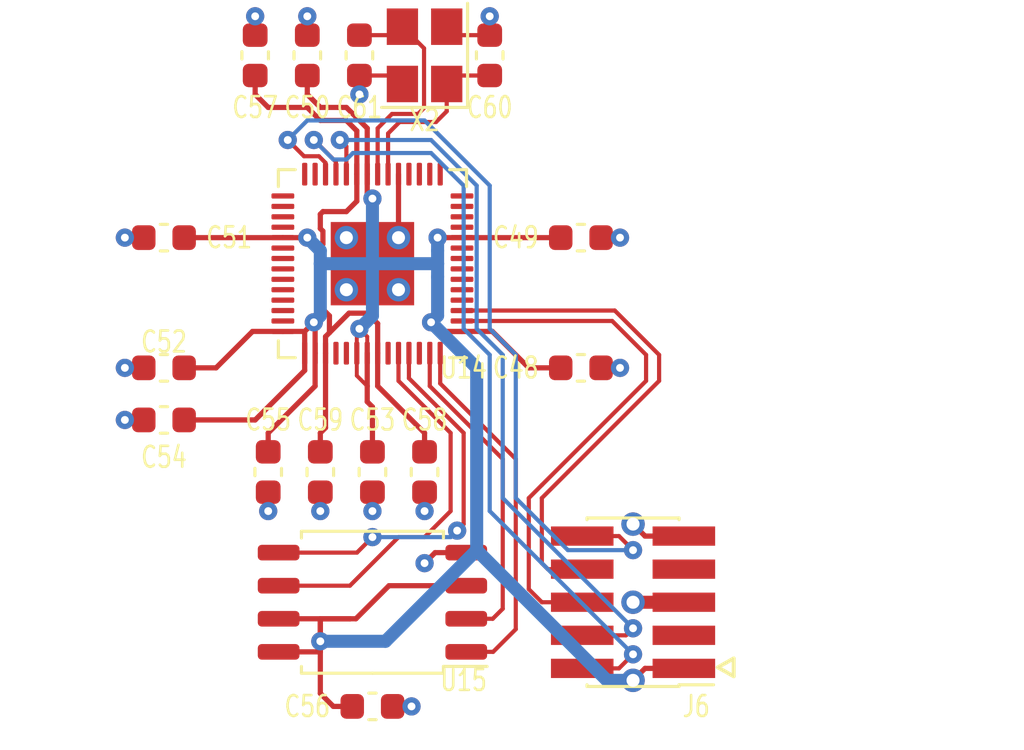
<source format=kicad_pcb>
(kicad_pcb (version 20221018) (generator pcbnew)
  (layers (0 "F.Cu" signal "Front") (31 "B.Cu" signal "Back") (34 "B.Paste" user) (35 "F.Paste" user) (36 "B.SilkS" user "B.Silkscreen") (37 "F.SilkS" user "F.Silkscreen") (38 "B.Mask" user) (39 "F.Mask" user) (44 "Edge.Cuts" user))
  (net 0 "")
  (net 1 "gnd")
  (net 2 "v3v3")
  (net 3 "mcu.crystal.crystal.a")
  (net 4 "mcu.crystal.crystal.b")
  (net 5 "mcu.swd.swd.reset")
  (net 6 "mcu.swd.swd.swdio")
  (net 7 "mcu.swd.swd.swclk")
  (net 8 "mcu.swd.tdi")
  (net 9 "tp_fpga[3].io")
  (net 10 "tp_fpga[0].io")
  (net 11 "tp_fpga[2].io")
  (net 12 "tp_fpga[1].io")
  (net 13 "mcu.ic.qspi_cs")
  (net 14 "mcu.ic.qspi.miso")
  (net 15 "mcu.ic.qspi.mosi")
  (net 16 "mcu.ic.qspi.sck")
  (net 17 "mcu_sw.out")
  (net 18 "mcu.gpio.led_0")
  (net 19 "mcu.gpio.led_1")
  (net 20 "mcu.gpio.led_2")
  (net 21 "mcu.gpio.led_3")
  (net 22 "mcu.ic.vreg_vout")
  (net 23 "mcu.usb_chain_0.d_N")
  (net 24 "mcu.usb_chain_0.d_P")
  (net 25 "mcu.swd.swo")
  (net 26 "conv_out_sense.output")
  (net 27 "conv_in_sense.output")
  (footprint "Capacitor_SMD:C_0603_1608Metric" (layer "F.Cu") (at 42 149 180)
    (fp_text reference "C52" (at 0 1) (layer "F.SilkS") (effects (font (size 0.8 0.6) (thickness 0.1))))
    (fp_text value "")
    (fp_line (start -0.14058 -0.51) (end 0.14058 -0.51) (stroke (width 0.12)) (layer "F.SilkS"))
    (fp_line (start -0.14058 0.51) (end 0.14058 0.51) (stroke (width 0.12)) (layer "F.SilkS"))
    (pad "1" smd roundrect (at -0.775 0 180) (size 0.9 0.95) (layers "F.Cu" "F.Paste" "F.Mask") (net 2 "v3v3"))
    (pad "2" smd roundrect (at 0.775 0 180) (size 0.9 0.95) (layers "F.Cu" "F.Paste" "F.Mask") (net 1 "gnd"))
  )
  (footprint "Capacitor_SMD:C_0603_1608Metric" (layer "F.Cu") (at 42 144 180)
    (fp_text reference "C51" (at -2.5 0) (layer "F.SilkS") (effects (font (size 0.8 0.6) (thickness 0.1))))
    (fp_text value "")
    (fp_line (start -0.14058 -0.51) (end 0.14058 -0.51) (stroke (width 0.12)) (layer "F.SilkS"))
    (fp_line (start -0.14058 0.51) (end 0.14058 0.51) (stroke (width 0.12)) (layer "F.SilkS"))
    (pad "1" smd roundrect (at -0.775 0 180) (size 0.9 0.95) (layers "F.Cu" "F.Paste" "F.Mask") (net 2 "v3v3"))
    (pad "2" smd roundrect (at 0.775 0 180) (size 0.9 0.95) (layers "F.Cu" "F.Paste" "F.Mask") (net 1 "gnd"))
  )
  (footprint "Capacitor_SMD:C_0603_1608Metric" (layer "F.Cu") (at 45.5 137 90)
    (fp_text reference "C57" (at -2 0 180) (layer "F.SilkS") (effects (font (size 0.8 0.6) (thickness 0.1))))
    (fp_text value "")
    (fp_line (start -0.14058 -0.51) (end 0.14058 -0.51) (stroke (width 0.12)) (layer "F.SilkS"))
    (fp_line (start -0.14058 0.51) (end 0.14058 0.51) (stroke (width 0.12)) (layer "F.SilkS"))
    (pad "1" smd roundrect (at -0.775 0 90) (size 0.9 0.95) (layers "F.Cu" "F.Paste" "F.Mask") (net 22 "mcu.ic.vreg_vout"))
    (pad "2" smd roundrect (at 0.775 0 90) (size 0.9 0.95) (layers "F.Cu" "F.Paste" "F.Mask") (net 1 "gnd"))
  )
  (footprint "Capacitor_SMD:C_0603_1608Metric" (layer "F.Cu") (at 50 162)
    (fp_text reference "C56" (at -2.5 0) (layer "F.SilkS") (effects (font (size 0.8 0.6) (thickness 0.1))))
    (fp_text value "")
    (fp_line (start -0.14058 -0.51) (end 0.14058 -0.51) (stroke (width 0.12)) (layer "F.SilkS"))
    (fp_line (start -0.14058 0.51) (end 0.14058 0.51) (stroke (width 0.12)) (layer "F.SilkS"))
    (pad "1" smd roundrect (at -0.775 0) (size 0.9 0.95) (layers "F.Cu" "F.Paste" "F.Mask") (net 2 "v3v3"))
    (pad "2" smd roundrect (at 0.775 0) (size 0.9 0.95) (layers "F.Cu" "F.Paste" "F.Mask") (net 1 "gnd"))
  )
  (footprint "Connector_PinHeader_1.27mm:PinHeader_2x05_P1.27mm_Vertical_SMD" (layer "F.Cu") (at 60 158 180)
    (fp_text reference "J6" (at -2.4275 -4) (layer "F.SilkS") (effects (font (size 0.8 0.6) (thickness 0.1))))
    (fp_text value "PinHeader1.27 Shrouded 2x5 (Generic)")
    (fp_line (start -3.09 -3.17) (end -1.765 -3.17) (stroke (width 0.12)) (layer "F.SilkS"))
    (fp_line (start -1.765 -3.235) (end -1.765 -3.17) (stroke (width 0.12)) (layer "F.SilkS"))
    (fp_line (start -1.765 -3.235) (end 1.765 -3.235) (stroke (width 0.12)) (layer "F.SilkS"))
    (fp_line (start -1.765 3.17) (end -1.765 3.235) (stroke (width 0.12)) (layer "F.SilkS"))
    (fp_line (start -1.765 3.235) (end 1.765 3.235) (stroke (width 0.12)) (layer "F.SilkS"))
    (fp_line (start 1.765 -3.235) (end 1.765 -3.17) (stroke (width 0.12)) (layer "F.SilkS"))
    (fp_line (start 1.765 3.17) (end 1.765 3.235) (stroke (width 0.12)) (layer "F.SilkS"))
    (pad "1" smd rect (at -1.95 -2.54 180) (size 2.4 0.74) (layers "F.Cu" "F.Paste" "F.Mask") (net 2 "v3v3"))
    (pad "2" smd rect (at 1.95 -2.54 180) (size 2.4 0.74) (layers "F.Cu" "F.Paste" "F.Mask") (net 6 "mcu.swd.swd.swdio"))
    (pad "3" smd rect (at -1.95 -1.27 180) (size 2.4 0.74) (layers "F.Cu" "F.Paste" "F.Mask") (net 1 "gnd"))
    (pad "4" smd rect (at 1.95 -1.27 180) (size 2.4 0.74) (layers "F.Cu" "F.Paste" "F.Mask") (net 7 "mcu.swd.swd.swclk"))
    (pad "5" smd rect (at -1.95 0 180) (size 2.4 0.74) (layers "F.Cu" "F.Paste" "F.Mask") (net 1 "gnd"))
    (pad "6" smd rect (at 1.95 0 180) (size 2.4 0.74) (layers "F.Cu" "F.Paste" "F.Mask") (net 25 "mcu.swd.swo"))
    (pad "7" smd rect (at -1.95 1.27 180) (size 2.4 0.74) (layers "F.Cu" "F.Paste" "F.Mask"))
    (pad "8" smd rect (at 1.95 1.27 180) (size 2.4 0.74) (layers "F.Cu" "F.Paste" "F.Mask") (net 8 "mcu.swd.tdi"))
    (pad "9" smd rect (at -1.95 2.54 180) (size 2.4 0.74) (layers "F.Cu" "F.Paste" "F.Mask") (net 1 "gnd"))
    (pad "10" smd rect (at 1.95 2.54 180) (size 2.4 0.74) (layers "F.Cu" "F.Paste" "F.Mask") (net 5 "mcu.swd.swd.reset"))
  )
  (footprint "Capacitor_SMD:C_0603_1608Metric" (layer "F.Cu") (at 46 153 -90)
    (fp_text reference "C55" (at -2 0 180) (layer "F.SilkS") (effects (font (size 0.8 0.6) (thickness 0.1))))
    (fp_text value "")
    (fp_line (start -0.14058 -0.51) (end 0.14058 -0.51) (stroke (width 0.12)) (layer "F.SilkS"))
    (fp_line (start -0.14058 0.51) (end 0.14058 0.51) (stroke (width 0.12)) (layer "F.SilkS"))
    (pad "1" smd roundrect (at -0.775 0 270) (size 0.9 0.95) (layers "F.Cu" "F.Paste" "F.Mask") (net 2 "v3v3"))
    (pad "2" smd roundrect (at 0.775 0 270) (size 0.9 0.95) (layers "F.Cu" "F.Paste" "F.Mask") (net 1 "gnd"))
  )
  (footprint "Capacitor_SMD:C_0603_1608Metric" (layer "F.Cu") (at 52 153 -90)
    (fp_text reference "C58" (at -2 0 180) (layer "F.SilkS") (effects (font (size 0.8 0.6) (thickness 0.1))))
    (fp_text value "")
    (fp_line (start -0.14058 -0.51) (end 0.14058 -0.51) (stroke (width 0.12)) (layer "F.SilkS"))
    (fp_line (start -0.14058 0.51) (end 0.14058 0.51) (stroke (width 0.12)) (layer "F.SilkS"))
    (pad "1" smd roundrect (at -0.775 0 270) (size 0.9 0.95) (layers "F.Cu" "F.Paste" "F.Mask") (net 22 "mcu.ic.vreg_vout"))
    (pad "2" smd roundrect (at 0.775 0 270) (size 0.9 0.95) (layers "F.Cu" "F.Paste" "F.Mask") (net 1 "gnd"))
  )
  (footprint "Capacitor_SMD:C_0603_1608Metric" (layer "F.Cu") (at 58 149)
    (fp_text reference "C48" (at -2.5 0) (layer "F.SilkS") (effects (font (size 0.8 0.6) (thickness 0.1))))
    (fp_text value "")
    (fp_line (start -0.14058 -0.51) (end 0.14058 -0.51) (stroke (width 0.12)) (layer "F.SilkS"))
    (fp_line (start -0.14058 0.51) (end 0.14058 0.51) (stroke (width 0.12)) (layer "F.SilkS"))
    (pad "1" smd roundrect (at -0.775 0) (size 0.9 0.95) (layers "F.Cu" "F.Paste" "F.Mask") (net 2 "v3v3"))
    (pad "2" smd roundrect (at 0.775 0) (size 0.9 0.95) (layers "F.Cu" "F.Paste" "F.Mask") (net 1 "gnd"))
  )
  (footprint "Package_DFN_QFN:QFN-56-1EP_7x7mm_P0.4mm_EP3.2x3.2mm" (layer "F.Cu") (at 50 145 180)
    (fp_text reference "U14" (at -3.5 -4) (layer "F.SilkS") (effects (font (size 0.8 0.6) (thickness 0.1))))
    (fp_text value "RP2040 (Raspberry Pi)")
    (fp_line (start -3.61 3.61) (end -3.61 2.96) (stroke (width 0.12)) (layer "F.SilkS"))
    (fp_line (start -2.96 -3.61) (end -3.61 -3.61) (stroke (width 0.12)) (layer "F.SilkS"))
    (fp_line (start -2.96 3.61) (end -3.61 3.61) (stroke (width 0.12)) (layer "F.SilkS"))
    (fp_line (start 2.96 -3.61) (end 3.61 -3.61) (stroke (width 0.12)) (layer "F.SilkS"))
    (fp_line (start 2.96 3.61) (end 3.61 3.61) (stroke (width 0.12)) (layer "F.SilkS"))
    (fp_line (start 3.61 -3.61) (end 3.61 -2.96) (stroke (width 0.12)) (layer "F.SilkS"))
    (fp_line (start 3.61 3.61) (end 3.61 2.96) (stroke (width 0.12)) (layer "F.SilkS"))
    (pad "1" smd roundrect (at -3.4375 -2.6 180) (size 0.875 0.2) (layers "F.Cu" "F.Paste" "F.Mask") (net 2 "v3v3"))
    (pad "2" smd roundrect (at -3.4375 -2.2 180) (size 0.875 0.2) (layers "F.Cu" "F.Paste" "F.Mask") (net 25 "mcu.swd.swo"))
    (pad "3" smd roundrect (at -3.4375 -1.8 180) (size 0.875 0.2) (layers "F.Cu" "F.Paste" "F.Mask") (net 8 "mcu.swd.tdi"))
    (pad "4" smd roundrect (at -3.4375 -1.4 180) (size 0.875 0.2) (layers "F.Cu" "F.Paste" "F.Mask"))
    (pad "5" smd roundrect (at -3.4375 -1 180) (size 0.875 0.2) (layers "F.Cu" "F.Paste" "F.Mask"))
    (pad "6" smd roundrect (at -3.4375 -0.6 180) (size 0.875 0.2) (layers "F.Cu" "F.Paste" "F.Mask"))
    (pad "7" smd roundrect (at -3.4375 -0.2 180) (size 0.875 0.2) (layers "F.Cu" "F.Paste" "F.Mask"))
    (pad "8" smd roundrect (at -3.4375 0.2 180) (size 0.875 0.2) (layers "F.Cu" "F.Paste" "F.Mask"))
    (pad "9" smd roundrect (at -3.4375 0.6 180) (size 0.875 0.2) (layers "F.Cu" "F.Paste" "F.Mask"))
    (pad "10" smd roundrect (at -3.4375 1 180) (size 0.875 0.2) (layers "F.Cu" "F.Paste" "F.Mask") (net 2 "v3v3"))
    (pad "11" smd roundrect (at -3.4375 1.4 180) (size 0.875 0.2) (layers "F.Cu" "F.Paste" "F.Mask") (net 9 "tp_fpga[3].io"))
    (pad "12" smd roundrect (at -3.4375 1.8 180) (size 0.875 0.2) (layers "F.Cu" "F.Paste" "F.Mask") (net 11 "tp_fpga[2].io"))
    (pad "13" smd roundrect (at -3.4375 2.2 180) (size 0.875 0.2) (layers "F.Cu" "F.Paste" "F.Mask") (net 12 "tp_fpga[1].io"))
    (pad "14" smd roundrect (at -3.4375 2.6 180) (size 0.875 0.2) (layers "F.Cu" "F.Paste" "F.Mask") (net 10 "tp_fpga[0].io"))
    (pad "15" smd roundrect (at -2.6 3.4375 180) (size 0.2 0.875) (layers "F.Cu" "F.Paste" "F.Mask"))
    (pad "16" smd roundrect (at -2.2 3.4375 180) (size 0.2 0.875) (layers "F.Cu" "F.Paste" "F.Mask"))
    (pad "17" smd roundrect (at -1.8 3.4375 180) (size 0.2 0.875) (layers "F.Cu" "F.Paste" "F.Mask"))
    (pad "18" smd roundrect (at -1.4 3.4375 180) (size 0.2 0.875) (layers "F.Cu" "F.Paste" "F.Mask"))
    (pad "19" smd roundrect (at -1 3.4375 180) (size 0.2 0.875) (layers "F.Cu" "F.Paste" "F.Mask") (net 1 "gnd"))
    (pad "20" smd roundrect (at -0.6 3.4375 180) (size 0.2 0.875) (layers "F.Cu" "F.Paste" "F.Mask") (net 3 "mcu.crystal.crystal.a"))
    (pad "21" smd roundrect (at -0.2 3.4375 180) (size 0.2 0.875) (layers "F.Cu" "F.Paste" "F.Mask") (net 4 "mcu.crystal.crystal.b"))
    (pad "22" smd roundrect (at 0.2 3.4375 180) (size 0.2 0.875) (layers "F.Cu" "F.Paste" "F.Mask") (net 2 "v3v3"))
    (pad "23" smd roundrect (at 0.6 3.4375 180) (size 0.2 0.875) (layers "F.Cu" "F.Paste" "F.Mask") (net 22 "mcu.ic.vreg_vout"))
    (pad "24" smd roundrect (at 1 3.4375 180) (size 0.2 0.875) (layers "F.Cu" "F.Paste" "F.Mask") (net 7 "mcu.swd.swd.swclk"))
    (pad "25" smd roundrect (at 1.4 3.4375 180) (size 0.2 0.875) (layers "F.Cu" "F.Paste" "F.Mask") (net 6 "mcu.swd.swd.swdio"))
    (pad "26" smd roundrect (at 1.8 3.4375 180) (size 0.2 0.875) (layers "F.Cu" "F.Paste" "F.Mask") (net 5 "mcu.swd.swd.reset"))
    (pad "27" smd roundrect (at 2.2 3.4375 180) (size 0.2 0.875) (layers "F.Cu" "F.Paste" "F.Mask"))
    (pad "28" smd roundrect (at 2.6 3.4375 180) (size 0.2 0.875) (layers "F.Cu" "F.Paste" "F.Mask"))
    (pad "29" smd roundrect (at 3.4375 2.6 180) (size 0.875 0.2) (layers "F.Cu" "F.Paste" "F.Mask") (net 17 "mcu_sw.out"))
    (pad "30" smd roundrect (at 3.4375 2.2 180) (size 0.875 0.2) (layers "F.Cu" "F.Paste" "F.Mask"))
    (pad "31" smd roundrect (at 3.4375 1.8 180) (size 0.875 0.2) (layers "F.Cu" "F.Paste" "F.Mask"))
    (pad "32" smd roundrect (at 3.4375 1.4 180) (size 0.875 0.2) (layers "F.Cu" "F.Paste" "F.Mask"))
    (pad "33" smd roundrect (at 3.4375 1 180) (size 0.875 0.2) (layers "F.Cu" "F.Paste" "F.Mask") (net 2 "v3v3"))
    (pad "34" smd roundrect (at 3.4375 0.6 180) (size 0.875 0.2) (layers "F.Cu" "F.Paste" "F.Mask") (net 18 "mcu.gpio.led_0"))
    (pad "35" smd roundrect (at 3.4375 0.2 180) (size 0.875 0.2) (layers "F.Cu" "F.Paste" "F.Mask") (net 19 "mcu.gpio.led_1"))
    (pad "36" smd roundrect (at 3.4375 -0.2 180) (size 0.875 0.2) (layers "F.Cu" "F.Paste" "F.Mask") (net 20 "mcu.gpio.led_2"))
    (pad "37" smd roundrect (at 3.4375 -0.6 180) (size 0.875 0.2) (layers "F.Cu" "F.Paste" "F.Mask") (net 21 "mcu.gpio.led_3"))
    (pad "38" smd roundrect (at 3.4375 -1 180) (size 0.875 0.2) (layers "F.Cu" "F.Paste" "F.Mask") (net 27 "conv_in_sense.output"))
    (pad "39" smd roundrect (at 3.4375 -1.4 180) (size 0.875 0.2) (layers "F.Cu" "F.Paste" "F.Mask") (net 26 "conv_out_sense.output"))
    (pad "40" smd roundrect (at 3.4375 -1.8 180) (size 0.875 0.2) (layers "F.Cu" "F.Paste" "F.Mask"))
    (pad "41" smd roundrect (at 3.4375 -2.2 180) (size 0.875 0.2) (layers "F.Cu" "F.Paste" "F.Mask"))
    (pad "42" smd roundrect (at 3.4375 -2.6 180) (size 0.875 0.2) (layers "F.Cu" "F.Paste" "F.Mask") (net 2 "v3v3"))
    (pad "43" smd roundrect (at 2.6 -3.4375 180) (size 0.2 0.875) (layers "F.Cu" "F.Paste" "F.Mask") (net 2 "v3v3"))
    (pad "44" smd roundrect (at 2.2 -3.4375 180) (size 0.2 0.875) (layers "F.Cu" "F.Paste" "F.Mask") (net 2 "v3v3"))
    (pad "45" smd roundrect (at 1.8 -3.4375 180) (size 0.2 0.875) (layers "F.Cu" "F.Paste" "F.Mask") (net 22 "mcu.ic.vreg_vout"))
    (pad "46" smd roundrect (at 1.4 -3.4375 180) (size 0.2 0.875) (layers "F.Cu" "F.Paste" "F.Mask") (net 23 "mcu.usb_chain_0.d_N"))
    (pad "47" smd roundrect (at 1 -3.4375 180) (size 0.2 0.875) (layers "F.Cu" "F.Paste" "F.Mask") (net 24 "mcu.usb_chain_0.d_P"))
    (pad "48" smd roundrect (at 0.6 -3.4375 180) (size 0.2 0.875) (layers "F.Cu" "F.Paste" "F.Mask") (net 2 "v3v3"))
    (pad "49" smd roundrect (at 0.2 -3.4375 180) (size 0.2 0.875) (layers "F.Cu" "F.Paste" "F.Mask") (net 2 "v3v3"))
    (pad "50" smd roundrect (at -0.2 -3.4375 180) (size 0.2 0.875) (layers "F.Cu" "F.Paste" "F.Mask") (net 22 "mcu.ic.vreg_vout"))
    (pad "51" smd roundrect (at -0.6 -3.4375 180) (size 0.2 0.875) (layers "F.Cu" "F.Paste" "F.Mask"))
    (pad "52" smd roundrect (at -1 -3.4375 180) (size 0.2 0.875) (layers "F.Cu" "F.Paste" "F.Mask") (net 16 "mcu.ic.qspi.sck"))
    (pad "53" smd roundrect (at -1.4 -3.4375 180) (size 0.2 0.875) (layers "F.Cu" "F.Paste" "F.Mask") (net 15 "mcu.ic.qspi.mosi"))
    (pad "54" smd roundrect (at -1.8 -3.4375 180) (size 0.2 0.875) (layers "F.Cu" "F.Paste" "F.Mask"))
    (pad "55" smd roundrect (at -2.2 -3.4375 180) (size 0.2 0.875) (layers "F.Cu" "F.Paste" "F.Mask") (net 14 "mcu.ic.qspi.miso"))
    (pad "56" smd roundrect (at -2.6 -3.4375 180) (size 0.2 0.875) (layers "F.Cu" "F.Paste" "F.Mask") (net 13 "mcu.ic.qspi_cs"))
    (pad "57" smd rect (at 0 0 180) (size 3.2 3.2) (layers "F.Cu" "F.Mask") (net 1 "gnd"))
  )
  (footprint "Capacitor_SMD:C_0603_1608Metric" (layer "F.Cu") (at 54.5 137 90)
    (fp_text reference "C60" (at -2 0 180) (layer "F.SilkS") (effects (font (size 0.8 0.6) (thickness 0.1))))
    (fp_text value "")
    (fp_line (start -0.14058 -0.51) (end 0.14058 -0.51) (stroke (width 0.12)) (layer "F.SilkS"))
    (fp_line (start -0.14058 0.51) (end 0.14058 0.51) (stroke (width 0.12)) (layer "F.SilkS"))
    (pad "1" smd roundrect (at -0.775 0 90) (size 0.9 0.95) (layers "F.Cu" "F.Paste" "F.Mask") (net 3 "mcu.crystal.crystal.a"))
    (pad "2" smd roundrect (at 0.775 0 90) (size 0.9 0.95) (layers "F.Cu" "F.Paste" "F.Mask") (net 1 "gnd"))
  )
  (footprint "Capacitor_SMD:C_0603_1608Metric" (layer "F.Cu") (at 49.5 137 -90)
    (fp_text reference "C61" (at 2 0 180) (layer "F.SilkS") (effects (font (size 0.8 0.6) (thickness 0.1))))
    (fp_text value "")
    (fp_line (start -0.14058 -0.51) (end 0.14058 -0.51) (stroke (width 0.12)) (layer "F.SilkS"))
    (fp_line (start -0.14058 0.51) (end 0.14058 0.51) (stroke (width 0.12)) (layer "F.SilkS"))
    (pad "1" smd roundrect (at -0.775 0 270) (size 0.9 0.95) (layers "F.Cu" "F.Paste" "F.Mask") (net 4 "mcu.crystal.crystal.b"))
    (pad "2" smd roundrect (at 0.775 0 270) (size 0.9 0.95) (layers "F.Cu" "F.Paste" "F.Mask") (net 1 "gnd"))
  )
  (footprint "Crystal:Crystal_SMD_3225-4Pin_3.2x2.5mm" (layer "F.Cu") (at 52 137 90)
    (fp_text reference "X2" (at -2.5 0 180) (layer "F.SilkS") (effects (font (size 0.8 0.6) (thickness 0.1))))
    (fp_text value "")
    (fp_line (start -2 -1.65) (end -2 1.65) (stroke (width 0.12)) (layer "F.SilkS"))
    (fp_line (start -2 1.65) (end 2 1.65) (stroke (width 0.12)) (layer "F.SilkS"))
    (pad "1" smd rect (at -1.1 0.85 90) (size 1.4 1.2) (layers "F.Cu" "F.Paste" "F.Mask") (net 3 "mcu.crystal.crystal.a"))
    (pad "2" smd rect (at 1.1 0.85 90) (size 1.4 1.2) (layers "F.Cu" "F.Paste" "F.Mask") (net 1 "gnd"))
    (pad "3" smd rect (at 1.1 -0.85 90) (size 1.4 1.2) (layers "F.Cu" "F.Paste" "F.Mask") (net 4 "mcu.crystal.crystal.b"))
    (pad "4" smd rect (at -1.1 -0.85 90) (size 1.4 1.2) (layers "F.Cu" "F.Paste" "F.Mask") (net 1 "gnd"))
  )
  (footprint "Capacitor_SMD:C_0603_1608Metric" (layer "F.Cu") (at 42 151 180)
    (fp_text reference "C54" (at 0 -1.43) (layer "F.SilkS") (effects (font (size 0.8 0.6) (thickness 0.1))))
    (fp_text value "")
    (fp_line (start -0.14058 -0.51) (end 0.14058 -0.51) (stroke (width 0.12)) (layer "F.SilkS"))
    (fp_line (start -0.14058 0.51) (end 0.14058 0.51) (stroke (width 0.12)) (layer "F.SilkS"))
    (pad "1" smd roundrect (at -0.775 0 180) (size 0.9 0.95) (layers "F.Cu" "F.Paste" "F.Mask") (net 2 "v3v3"))
    (pad "2" smd roundrect (at 0.775 0 180) (size 0.9 0.95) (layers "F.Cu" "F.Paste" "F.Mask") (net 1 "gnd"))
  )
  (footprint "Capacitor_SMD:C_0603_1608Metric" (layer "F.Cu") (at 50 153 -90)
    (fp_text reference "C53" (at -2 0 180) (layer "F.SilkS") (effects (font (size 0.8 0.6) (thickness 0.1))))
    (fp_text value "")
    (fp_line (start -0.14058 -0.51) (end 0.14058 -0.51) (stroke (width 0.12)) (layer "F.SilkS"))
    (fp_line (start -0.14058 0.51) (end 0.14058 0.51) (stroke (width 0.12)) (layer "F.SilkS"))
    (pad "1" smd roundrect (at -0.775 0 270) (size 0.9 0.95) (layers "F.Cu" "F.Paste" "F.Mask") (net 2 "v3v3"))
    (pad "2" smd roundrect (at 0.775 0 270) (size 0.9 0.95) (layers "F.Cu" "F.Paste" "F.Mask") (net 1 "gnd"))
  )
  (footprint "Capacitor_SMD:C_0603_1608Metric" (layer "F.Cu") (at 47.5 137 90)
    (fp_text reference "C50" (at -2 0 180) (layer "F.SilkS") (effects (font (size 0.8 0.6) (thickness 0.1))))
    (fp_text value "")
    (fp_line (start -0.14058 -0.51) (end 0.14058 -0.51) (stroke (width 0.12)) (layer "F.SilkS"))
    (fp_line (start -0.14058 0.51) (end 0.14058 0.51) (stroke (width 0.12)) (layer "F.SilkS"))
    (pad "1" smd roundrect (at -0.775 0 90) (size 0.9 0.95) (layers "F.Cu" "F.Paste" "F.Mask") (net 2 "v3v3"))
    (pad "2" smd roundrect (at 0.775 0 90) (size 0.9 0.95) (layers "F.Cu" "F.Paste" "F.Mask") (net 1 "gnd"))
  )
  (footprint "Package_SO:SOIC-8_5.23x5.23mm_P1.27mm" (layer "F.Cu") (at 50 158 180)
    (fp_text reference "U15" (at -3.5 -3 180) (layer "F.SilkS") (effects (font (size 0.8 0.6) (thickness 0.1))))
    (fp_text value "W25Q128JVSIQ (Winbond Electronics)")
    (fp_line (start -2.725 -2.725) (end -2.725 -2.465) (stroke (width 0.12)) (layer "F.SilkS"))
    (fp_line (start -2.725 -2.465) (end -4.4 -2.465) (stroke (width 0.12)) (layer "F.SilkS"))
    (fp_line (start -2.725 2.725) (end -2.725 2.465) (stroke (width 0.12)) (layer "F.SilkS"))
    (fp_line (start 0 -2.725) (end -2.725 -2.725) (stroke (width 0.12)) (layer "F.SilkS"))
    (fp_line (start 0 -2.725) (end 2.725 -2.725) (stroke (width 0.12)) (layer "F.SilkS"))
    (fp_line (start 0 2.725) (end -2.725 2.725) (stroke (width 0.12)) (layer "F.SilkS"))
    (fp_line (start 0 2.725) (end 2.725 2.725) (stroke (width 0.12)) (layer "F.SilkS"))
    (fp_line (start 2.725 -2.725) (end 2.725 -2.465) (stroke (width 0.12)) (layer "F.SilkS"))
    (fp_line (start 2.725 2.725) (end 2.725 2.465) (stroke (width 0.12)) (layer "F.SilkS"))
    (pad "1" smd roundrect (at -3.6 -1.905 180) (size 1.6 0.6) (layers "F.Cu" "F.Paste" "F.Mask") (net 13 "mcu.ic.qspi_cs"))
    (pad "2" smd roundrect (at -3.6 -0.635 180) (size 1.6 0.6) (layers "F.Cu" "F.Paste" "F.Mask") (net 14 "mcu.ic.qspi.miso"))
    (pad "3" smd roundrect (at -3.6 0.635 180) (size 1.6 0.6) (layers "F.Cu" "F.Paste" "F.Mask") (net 2 "v3v3"))
    (pad "4" smd roundrect (at -3.6 1.905 180) (size 1.6 0.6) (layers "F.Cu" "F.Paste" "F.Mask") (net 1 "gnd"))
    (pad "5" smd roundrect (at 3.6 1.905 180) (size 1.6 0.6) (layers "F.Cu" "F.Paste" "F.Mask") (net 15 "mcu.ic.qspi.mosi"))
    (pad "6" smd roundrect (at 3.6 0.635 180) (size 1.6 0.6) (layers "F.Cu" "F.Paste" "F.Mask") (net 16 "mcu.ic.qspi.sck"))
    (pad "7" smd roundrect (at 3.6 -0.635 180) (size 1.6 0.6) (layers "F.Cu" "F.Paste" "F.Mask") (net 2 "v3v3"))
    (pad "8" smd roundrect (at 3.6 -1.905 180) (size 1.6 0.6) (layers "F.Cu" "F.Paste" "F.Mask") (net 2 "v3v3"))
  )
  (footprint "Capacitor_SMD:C_0603_1608Metric" (layer "F.Cu") (at 58 144)
    (fp_text reference "C49" (at -2.5 0) (layer "F.SilkS") (effects (font (size 0.8 0.6) (thickness 0.1))))
    (fp_text value "")
    (fp_line (start -0.14058 -0.51) (end 0.14058 -0.51) (stroke (width 0.12)) (layer "F.SilkS"))
    (fp_line (start -0.14058 0.51) (end 0.14058 0.51) (stroke (width 0.12)) (layer "F.SilkS"))
    (pad "1" smd roundrect (at -0.775 0) (size 0.9 0.95) (layers "F.Cu" "F.Paste" "F.Mask") (net 2 "v3v3"))
    (pad "2" smd roundrect (at 0.775 0) (size 0.9 0.95) (layers "F.Cu" "F.Paste" "F.Mask") (net 1 "gnd"))
  )
  (footprint "Capacitor_SMD:C_0603_1608Metric" (layer "F.Cu") (at 48 153 -90)
    (fp_text reference "C59" (at -2 0 180) (layer "F.SilkS") (effects (font (size 0.8 0.6) (thickness 0.1))))
    (fp_text value "")
    (fp_line (start -0.14058 -0.51) (end 0.14058 -0.51) (stroke (width 0.12)) (layer "F.SilkS"))
    (fp_line (start -0.14058 0.51) (end 0.14058 0.51) (stroke (width 0.12)) (layer "F.SilkS"))
    (pad "1" smd roundrect (at -0.775 0 270) (size 0.9 0.95) (layers "F.Cu" "F.Paste" "F.Mask") (net 22 "mcu.ic.vreg_vout"))
    (pad "2" smd roundrect (at 0.775 0 270) (size 0.9 0.95) (layers "F.Cu" "F.Paste" "F.Mask") (net 1 "gnd"))
  )
  (gr_text "△" (at 63.5 160.5 90) (layer "F.SilkS") (effects (font (size 0.8 0.8))))
  (segment (start 61.95 158) (end 60 158) (width 0.5) (layer "F.Cu") (net 1))
  (segment (start 58.775 144) (end 59.5 144) (width 0.15) (layer "F.Cu") (net 1))
  (segment (start 47.5 136.225) (end 47.5 135.5) (width 0.2) (layer "F.Cu") (net 1))
  (segment (start 54.5 136.225) (end 54.5 135.5) (width 0.15) (layer "F.Cu") (net 1))
  (segment (start 50 145) (end 51 146) (width 0.15) (layer "F.Cu") (net 1))
  (segment (start 50 145) (end 49 144) (width 0.15) (layer "F.Cu") (net 1))
  (segment (start 52.405 156.095) (end 53.6 156.095) (width 0.2) (layer "F.Cu") (net 1))
  (segment (start 50 153.775) (end 50 154.5) (width 0.2) (layer "F.Cu") (net 1))
  (segment (start 61.95 155.46) (end 60.46 155.46) (width 0.2) (layer "F.Cu") (net 1))
  (segment (start 50.825 137.775) (end 51.15 138.1) (width 0.16) (layer "F.Cu") (net 1))
  (segment (start 60.46 155.46) (end 60 155) (width 0.2) (layer "F.Cu") (net 1))
  (segment (start 50 145) (end 51 144) (width 0.15) (layer "F.Cu") (net 1))
  (segment (start 49.5 137.775) (end 49.5 138.5) (width 0.15) (layer "F.Cu") (net 1))
  (segment (start 54.5 136.225) (end 53.175 136.225) (width 0.16) (layer "F.Cu") (net 1))
  (segment (start 48 153.775) (end 48 154.5) (width 0.2) (layer "F.Cu") (net 1))
  (segment (start 41.225 151) (end 40.5 151) (width 0.2) (layer "F.Cu") (net 1))
  (segment (start 52 156.5) (end 52.405 156.095) (width 0.2) (layer "F.Cu") (net 1))
  (segment (start 46 153.775) (end 46 154.5) (width 0.2) (layer "F.Cu") (net 1))
  (segment (start 51 141.5625) (end 51 144) (width 0.2) (layer "F.Cu") (net 1))
  (segment (start 41.225 149) (end 40.5 149) (width 0.15) (layer "F.Cu") (net 1))
  (segment (start 53.175 136.225) (end 52.85 135.9) (width 0.16) (layer "F.Cu") (net 1))
  (segment (start 45.5 136.225) (end 45.5 135.5) (width 0.15) (layer "F.Cu") (net 1))
  (segment (start 50 145) (end 49 146) (width 0.15) (layer "F.Cu") (net 1))
  (segment (start 49.5 137.775) (end 50.825 137.775) (width 0.16) (layer "F.Cu") (net 1))
  (segment (start 41.225 144) (end 40.5 144) (width 0.15) (layer "F.Cu") (net 1))
  (segment (start 58.775 149) (end 59.5 149) (width 0.15) (layer "F.Cu") (net 1))
  (segment (start 50.775 162) (end 51.5 162) (width 0.16) (layer "F.Cu") (net 1))
  (segment (start 52 153.775) (end 52 154.5) (width 0.15) (layer "F.Cu") (net 1))
  (via (at 45.5 135.5) (size 0.7) (drill 0.3) (layers "F.Cu" "B.Cu") (net 1))
  (via (at 52 154.5) (size 0.7) (drill 0.3) (layers "F.Cu" "B.Cu") (net 1))
  (via (at 46 154.5) (size 0.7) (drill 0.3) (layers "F.Cu" "B.Cu") (net 1))
  (via (at 49.5 138.5) (size 0.7) (drill 0.3) (layers "F.Cu" "B.Cu") (net 1))
  (via (at 49 146) (size 0.9) (drill 0.5) (layers "F.Cu" "B.Cu") (net 1))
  (via (at 60 155) (size 0.9) (drill 0.5) (layers "F.Cu" "B.Cu") (net 1))
  (via (at 60 158) (size 0.9) (drill 0.5) (layers "F.Cu" "B.Cu") (net 1))
  (via (at 52 156.5) (size 0.7) (drill 0.3) (layers "F.Cu" "B.Cu") (net 1))
  (via (at 49 144) (size 0.9) (drill 0.5) (layers "F.Cu" "B.Cu") (net 1))
  (via (at 51 146) (size 0.9) (drill 0.5) (layers "F.Cu" "B.Cu") (net 1))
  (via (at 50 154.5) (size 0.7) (drill 0.3) (layers "F.Cu" "B.Cu") (net 1))
  (via (at 51.5 162) (size 0.7) (drill 0.3) (layers "F.Cu" "B.Cu") (net 1))
  (via (at 51 144) (size 0.9) (drill 0.5) (layers "F.Cu" "B.Cu") (net 1))
  (via (at 47.5 135.5) (size 0.7) (drill 0.3) (layers "F.Cu" "B.Cu") (net 1))
  (via (at 40.5 149) (size 0.7) (drill 0.3) (layers "F.Cu" "B.Cu") (net 1))
  (via (at 40.5 151) (size 0.7) (drill 0.3) (layers "F.Cu" "B.Cu") (net 1))
  (via (at 40.5 144) (size 0.7) (drill 0.3) (layers "F.Cu" "B.Cu") (net 1))
  (via (at 59.5 149) (size 0.7) (drill 0.3) (layers "F.Cu" "B.Cu") (net 1))
  (via (at 59.5 144) (size 0.7) (drill 0.3) (layers "F.Cu" "B.Cu") (net 1))
  (via (at 54.5 135.5) (size 0.7) (drill 0.3) (layers "F.Cu" "B.Cu") (net 1))
  (via (at 48 154.5) (size 0.7) (drill 0.3) (layers "F.Cu" "B.Cu") (net 1))
  (segment (start 49.135 158.635) (end 49.365 158.635) (width 0.2) (layer "F.Cu") (net 2))
  (segment (start 49.8 142.3) (end 50 142.5) (width 0.2) (layer "F.Cu") (net 2))
  (segment (start 46.5625 147.6) (end 47.4 147.6) (width 0.2) (layer "F.Cu") (net 2))
  (segment (start 49.365 158.635) (end 50.635 157.365) (width 0.2) (layer "F.Cu") (net 2))
  (segment (start 49 139) (end 48 139) (width 0.2) (layer "F.Cu") (net 2))
  (segment (start 46.5625 147.6) (end 45.4 147.6) (width 0.2) (layer "F.Cu") (net 2))
  (segment (start 50 150.5) (end 50 152.225) (width 0.2) (layer "F.Cu") (net 2))
  (segment (start 46 151.5) (end 46 152.225) (width 0.2) (layer "F.Cu") (net 2))
  (segment (start 49.5 147.5) (end 49.8 147.8) (width 0.15) (layer "F.Cu") (net 2))
  (segment (start 61.95 160.54) (end 60.46 160.54) (width 0.2) (layer "F.Cu") (net 2))
  (segment (start 49.8 141.5625) (end 49.8 142.3) (width 0.2) (layer "F.Cu") (net 2))
  (segment (start 49.4 147.6) (end 49.4 148.4375) (width 0.15) (layer "F.Cu") (net 2))
  (segment (start 52.6 147.6) (end 52.25 147.25) (width 0.2) (layer "F.Cu") (net 2))
  (segment (start 49.4 149.3) (end 49.8 149.7) (width 0.15) (layer "F.Cu") (net 2))
  (segment (start 47.8 148.4375) (end 47.8 147.3) (width 0.2) (layer "F.Cu") (net 2))
  (segment (start 44 149) (end 42.775 149) (width 0.2) (layer "F.Cu") (net 2))
  (segment (start 46.5625 144) (end 47.5 144) (width 0.2) (layer "F.Cu") (net 2))
  (segment (start 48 159.5) (end 48 158.635) (width 0.2) (layer "F.Cu") (net 2))
  (segment (start 53.4375 144) (end 52.5 144) (width 0.2) (layer "F.Cu") (net 2))
  (segment (start 49.5 147.5) (end 49.4 147.6) (width 0.15) (layer "F.Cu") (net 2))
  (segment (start 49.8 147.8) (end 49.8 148.4375) (width 0.15) (layer "F.Cu") (net 2))
  (segment (start 47.5 138.5) (end 47.5 137.775) (width 0.2) (layer "F.Cu") (net 2))
  (segment (start 47.4 148.4375) (end 47.4 147.6) (width 0.2) (layer "F.Cu") (net 2))
  (segment (start 49.8 139.8) (end 49 139) (width 0.2) (layer "F.Cu") (net 2))
  (segment (start 48 159.91) (end 48 161.5) (width 0.2) (layer "F.Cu") (net 2))
  (segment (start 54.6 147.6) (end 56 149) (width 0.2) (layer "F.Cu") (net 2))
  (segment (start 47.4 148.4375) (end 47.4 149.1) (width 0.2) (layer "F.Cu") (net 2))
  (segment (start 49.8 148.4375) (end 49.8 149.7) (width 0.2) (layer "F.Cu") (net 2))
  (segment (start 47.995 159.905) (end 48 159.9) (width 0.2) (layer "F.Cu") (net 2))
  (segment (start 47.4 149.1) (end 45.5 151) (width 0.2) (layer "F.Cu") (net 2))
  (segment (start 49.135 158.635) (end 46.4 158.635) (width 0.2) (layer "F.Cu") (net 2))
  (segment (start 45.5 151) (end 42.775 151) (width 0.2) (layer "F.Cu") (net 2))
  (segment (start 47.8 148.4375) (end 47.8 149.7) (width 0.2) (layer "F.Cu") (net 2))
  (segment (start 60.46 160.54) (end 60 161) (width 0.2) (layer "F.Cu") (net 2))
  (segment (start 46.5625 144) (end 42.775 144) (width 0.2) (layer "F.Cu") (net 2))
  (segment (start 46.4 159.905) (end 47.995 159.905) (width 0.2) (layer "F.Cu") (net 2))
  (segment (start 48 161.5) (end 48.5 162) (width 0.2) (layer "F.Cu") (net 2))
  (segment (start 57.225 149) (end 56 149) (width 0.2) (layer "F.Cu") (net 2))
  (segment (start 49.8 150.3) (end 50 150.5) (width 0.2) (layer "F.Cu") (net 2))
  (segment (start 48 139) (end 47.5 138.5) (width 0.2) (layer "F.Cu") (net 2))
  (segment (start 53.4375 147.6) (end 52.6 147.6) (width 0.2) (layer "F.Cu") (net 2))
  (segment (start 49.8 149.7) (end 49.8 150.3) (width 0.2) (layer "F.Cu") (net 2))
  (segment (start 47.8 149.7) (end 46 151.5) (width 0.2) (layer "F.Cu") (net 2))
  (segment (start 48 159.91) (end 48 158.635) (width 0.2) (layer "F.Cu") (net 2))
  (segment (start 49.4 148.4375) (end 49.4 149.3) (width 0.15) (layer "F.Cu") (net 2))
  (segment (start 45.4 147.6) (end 44 149) (width 0.2) (layer "F.Cu") (net 2))
  (segment (start 53.4375 144) (end 57.225 144) (width 0.2) (layer "F.Cu") (net 2))
  (segment (start 48 159.5) (end 48 159.9) (width 0.2) (layer "F.Cu") (net 2))
  (segment (start 48 158.635) (end 49.135 158.635) (width 0.2) (layer "F.Cu") (net 2))
  (segment (start 47.8 147.3) (end 47.75 147.25) (width 0.2) (layer "F.Cu") (net 2))
  (segment (start 50.635 157.365) (end 53.6 157.365) (width 0.2) (layer "F.Cu") (net 2))
  (segment (start 48.5 162) (end 49.225 162) (width 0.2) (layer "F.Cu") (net 2))
  (segment (start 47.4 147.6) (end 47.75 147.25) (width 0.2) (layer "F.Cu") (net 2))
  (segment (start 49.8 141.5625) (end 49.8 139.8) (width 0.2) (layer "F.Cu") (net 2))
  (segment (start 53.4375 147.6) (end 54.6 147.6) (width 0.2) (layer "F.Cu") (net 2))
  (via (at 49.5 147.5) (size 0.7) (drill 0.3) (layers "F.Cu" "B.Cu") (net 2))
  (via (at 47.5 144) (size 0.7) (drill 0.3) (layers "F.Cu" "B.Cu") (net 2))
  (via (at 52.25 147.25) (size 0.7) (drill 0.3) (layers "F.Cu" "B.Cu") (net 2))
  (via (at 50 142.5) (size 0.7) (drill 0.3) (layers "F.Cu" "B.Cu") (net 2))
  (via (at 48 159.5) (size 0.7) (drill 0.3) (layers "F.Cu" "B.Cu") (net 2))
  (via (at 52.5 144) (size 0.7) (drill 0.3) (layers "F.Cu" "B.Cu") (net 2))
  (via (at 60 161) (size 0.9) (drill 0.5) (layers "F.Cu" "B.Cu") (net 2))
  (via (at 47.75 147.25) (size 0.7) (drill 0.3) (layers "F.Cu" "B.Cu") (net 2))
  (segment (start 50 145) (end 50 142.5) (width 0.5) (layer "B.Cu") (net 2))
  (segment (start 54 156) (end 54 149) (width 0.5) (layer "B.Cu") (net 2))
  (segment (start 48 147) (end 47.75 147.25) (width 0.5) (layer "B.Cu") (net 2))
  (segment (start 48 144.5) (end 47.5 144) (width 0.5) (layer "B.Cu") (net 2))
  (segment (start 48 145) (end 48 147) (width 0.5) (layer "B.Cu") (net 2))
  (segment (start 48 159.5) (end 50.5 159.5) (width 0.5) (layer "B.Cu") (net 2))
  (segment (start 48 145) (end 48 144.5) (width 0.5) (layer "B.Cu") (net 2))
  (segment (start 54 149) (end 52.25 147.25) (width 0.5) (layer "B.Cu") (net 2))
  (segment (start 52.25 147.25) (end 52.5 147) (width 0.5) (layer "B.Cu") (net 2))
  (segment (start 50.5 159.5) (end 54 156) (width 0.5) (layer "B.Cu") (net 2))
  (segment (start 50 147) (end 49.5 147.5) (width 0.5) (layer "B.Cu") (net 2))
  (segment (start 54 156) (end 59 161) (width 0.5) (layer "B.Cu") (net 2))
  (segment (start 52.5 145) (end 50 145) (width 0.5) (layer "B.Cu") (net 2))
  (segment (start 52.5 145.5) (end 52.5 145) (width 0.5) (layer "B.Cu") (net 2))
  (segment (start 50 145) (end 48 145) (width 0.5) (layer "B.Cu") (net 2))
  (segment (start 50 145) (end 50 147) (width 0.5) (layer "B.Cu") (net 2))
  (segment (start 52.5 147) (end 52.5 145.5) (width 0.5) (layer "B.Cu") (net 2))
  (segment (start 52.5 144.5) (end 52.5 144) (width 0.5) (layer "B.Cu") (net 2))
  (segment (start 52.5 145) (end 52.5 144.5) (width 0.5) (layer "B.Cu") (net 2))
  (segment (start 59 161) (end 60 161) (width 0.5) (layer "B.Cu") (net 2))
  (segment (start 50.6 140) (end 51.04 139.56) (width 0.16) (layer "F.Cu") (net 3))
  (segment (start 51.04 139.56) (end 52.44 139.56) (width 0.16) (layer "F.Cu") (net 3))
  (segment (start 52.85 139.15) (end 52.85 138.1) (width 0.16) (layer "F.Cu") (net 3))
  (segment (start 53.175 137.775) (end 52.85 138.1) (width 0.16) (layer "F.Cu") (net 3))
  (segment (start 54.5 137.775) (end 52.675 137.775) (width 0.16) (layer "F.Cu") (net 3))
  (segment (start 50.6 141.5625) (end 50.6 140) (width 0.16) (layer "F.Cu") (net 3))
  (segment (start 52.44 139.56) (end 52.85 139.15) (width 0.16) (layer "F.Cu") (net 3))
  (segment (start 51.98 136.73) (end 51.15 135.9) (width 0.16) (layer "F.Cu") (net 4))
  (segment (start 50.825 136.225) (end 51.15 135.9) (width 0.16) (layer "F.Cu") (net 4))
  (segment (start 50.75 139.25) (end 51.75 139.25) (width 0.16) (layer "F.Cu") (net 4))
  (segment (start 51.75 139.25) (end 51.98 139.02) (width 0.16) (layer "F.Cu") (net 4))
  (segment (start 50.2 141.5625) (end 50.2 139.8) (width 0.16) (layer "F.Cu") (net 4))
  (segment (start 50.2 139.8) (end 50.75 139.25) (width 0.16) (layer "F.Cu") (net 4))
  (segment (start 51.98 139.02) (end 51.98 136.73) (width 0.16) (layer "F.Cu") (net 4))
  (segment (start 49.5 136.225) (end 50.825 136.225) (width 0.16) (layer "F.Cu") (net 4))
  (segment (start 47.94598 140.875) (end 48.2 141.12902) (width 0.16) (layer "F.Cu") (net 5))
  (segment (start 58.05 155.46) (end 59.46 155.46) (width 0.16) (layer "F.Cu") (net 5))
  (segment (start 46.75 140.25) (end 47.375 140.875) (width 0.16) (layer "F.Cu") (net 5))
  (segment (start 48.2 141.12902) (end 48.2 141.5625) (width 0.16) (layer "F.Cu") (net 5))
  (segment (start 59.46 155.46) (end 60 156) (width 0.16) (layer "F.Cu") (net 5))
  (segment (start 47.375 140.875) (end 47.94598 140.875) (width 0.16) (layer "F.Cu") (net 5))
  (via (at 46.75 140.25) (size 0.7) (drill 0.3) (layers "F.Cu" "B.Cu") (net 5))
  (via (at 60 156) (size 0.7) (drill 0.3) (layers "F.Cu" "B.Cu") (net 5))
  (segment (start 54.5 147.5) (end 55.5 148.5) (width 0.16) (layer "B.Cu") (net 5))
  (segment (start 55.5 148.5) (end 55.5 154) (width 0.16) (layer "B.Cu") (net 5))
  (segment (start 57.5 156) (end 60 156) (width 0.16) (layer "B.Cu") (net 5))
  (segment (start 47.5 139.5) (end 52 139.5) (width 0.16) (layer "B.Cu") (net 5))
  (segment (start 52 139.5) (end 54.5 142) (width 0.16) (layer "B.Cu") (net 5))
  (segment (start 54.5 142) (end 54.5 147.5) (width 0.16) (layer "B.Cu") (net 5))
  (segment (start 55.5 154) (end 57.5 156) (width 0.16) (layer "B.Cu") (net 5))
  (segment (start 46.75 140.25) (end 47.5 139.5) (width 0.16) (layer "B.Cu") (net 5))
  (segment (start 48.6 141.090614) (end 48.6 141.5625) (width 0.16) (layer "F.Cu") (net 6))
  (segment (start 58.05 160.54) (end 59.46 160.54) (width 0.16) (layer "F.Cu") (net 6))
  (segment (start 59.46 160.54) (end 60 160) (width 0.16) (layer "F.Cu") (net 6))
  (segment (start 47.759386 140.25) (end 48.6 141.090614) (width 0.16) (layer "F.Cu") (net 6))
  (segment (start 47.75 140.25) (end 47.759386 140.25) (width 0.16) (layer "F.Cu") (net 6))
  (via (at 60 160) (size 0.7) (drill 0.3) (layers "F.Cu" "B.Cu") (net 6))
  (via (at 47.75 140.25) (size 0.7) (drill 0.3) (layers "F.Cu" "B.Cu") (net 6))
  (segment (start 53.5 147.5) (end 54.5 148.5) (width 0.16) (layer "B.Cu") (net 6))
  (segment (start 48.5 141) (end 49 141) (width 0.16) (layer "B.Cu") (net 6))
  (segment (start 49.25 140.75) (end 52.25 140.75) (width 0.16) (layer "B.Cu") (net 6))
  (segment (start 49 141) (end 49.25 140.75) (width 0.16) (layer "B.Cu") (net 6))
  (segment (start 54.5 154.5) (end 60 160) (width 0.16) (layer "B.Cu") (net 6))
  (segment (start 54.5 148.5) (end 54.5 154.5) (width 0.16) (layer "B.Cu") (net 6))
  (segment (start 53.5 142) (end 53.5 147.5) (width 0.16) (layer "B.Cu") (net 6))
  (segment (start 47.75 140.25) (end 48.5 141) (width 0.16) (layer "B.Cu") (net 6))
  (segment (start 52.25 140.75) (end 53.5 142) (width 0.16) (layer "B.Cu") (net 6))
  (segment (start 48.75 140.25) (end 49 140.5) (width 0.16) (layer "F.Cu") (net 7))
  (segment (start 58.05 159.27) (end 59.73 159.27) (width 0.16) (layer "F.Cu") (net 7))
  (segment (start 49 140.5) (end 49 141.5625) (width 0.16) (layer "F.Cu") (net 7))
  (segment (start 59.73 159.27) (end 60 159) (width 0.16) (layer "F.Cu") (net 7))
  (via (at 48.75 140.25) (size 0.7) (drill 0.3) (layers "F.Cu" "B.Cu") (net 7))
  (via (at 60 159) (size 0.7) (drill 0.3) (layers "F.Cu" "B.Cu") (net 7))
  (segment (start 55 148.5) (end 55 154) (width 0.16) (layer "B.Cu") (net 7))
  (segment (start 54 147.5) (end 55 148.5) (width 0.16) (layer "B.Cu") (net 7))
  (segment (start 48.75 140.25) (end 52.25 140.25) (width 0.16) (layer "B.Cu") (net 7))
  (segment (start 54 142) (end 54 147.5) (width 0.16) (layer "B.Cu") (net 7))
  (segment (start 52.25 140.25) (end 54 142) (width 0.16) (layer "B.Cu") (net 7))
  (segment (start 55 154) (end 60 159) (width 0.16) (layer "B.Cu") (net 7))
  (segment (start 56.5 156.5) (end 56.5 154) (width 0.16) (layer "F.Cu") (net 8))
  (segment (start 58.05 156.73) (end 56.73 156.73) (width 0.16) (layer "F.Cu") (net 8))
  (segment (start 59.3 146.8) (end 53.4375 146.8) (width 0.16) (layer "F.Cu") (net 8))
  (segment (start 57.5 153) (end 61 149.5) (width 0.16) (layer "F.Cu") (net 8))
  (segment (start 61 149.5) (end 61 148.5) (width 0.16) (layer "F.Cu") (net 8))
  (segment (start 56.73 156.73) (end 56.5 156.5) (width 0.16) (layer "F.Cu") (net 8))
  (segment (start 56.5 154) (end 57.5 153) (width 0.16) (layer "F.Cu") (net 8))
  (segment (start 61 148.5) (end 59.3 146.8) (width 0.16) (layer "F.Cu") (net 8))
  (segment (start 54.631201 159.905) (end 53.667401 159.905) (width 0.16) (layer "F.Cu") (net 13))
  (segment (start 52.6 149.6) (end 55.5 152.5) (width 0.16) (layer "F.Cu") (net 13))
  (segment (start 52.6 148.4375) (end 52.6 149.6) (width 0.16) (layer "F.Cu") (net 13))
  (segment (start 55.5 152.5) (end 55.5 159.036201) (width 0.16) (layer "F.Cu") (net 13))
  (segment (start 55.5 159.036201) (end 54.631201 159.905) (width 0.16) (layer "F.Cu") (net 13))
  (segment (start 52.2 148.4375) (end 52.2 149.7) (width 0.16) (layer "F.Cu") (net 14))
  (segment (start 55 152.5) (end 55 158.25) (width 0.16) (layer "F.Cu") (net 14))
  (segment (start 55 158.25) (end 54.615 158.635) (width 0.16) (layer "F.Cu") (net 14))
  (segment (start 54.615 158.635) (end 53.865 158.635) (width 0.16) (layer "F.Cu") (net 14))
  (segment (start 52.2 149.7) (end 55 152.5) (width 0.16) (layer "F.Cu") (net 14))
  (segment (start 49.405 156.095) (end 46.4 156.095) (width 0.16) (layer "F.Cu") (net 15))
  (segment (start 50 155.5) (end 49.405 156.095) (width 0.16) (layer "F.Cu") (net 15))
  (segment (start 53.25 155.25) (end 53.5 155) (width 0.16) (layer "F.Cu") (net 15))
  (segment (start 53.5 155) (end 53.5 151.5) (width 0.16) (layer "F.Cu") (net 15))
  (segment (start 51.4 149.4) (end 51.4 148.4375) (width 0.16) (layer "F.Cu") (net 15))
  (segment (start 53.5 151.5) (end 51.4 149.4) (width 0.16) (layer "F.Cu") (net 15))
  (via (at 53.25 155.25) (size 0.7) (drill 0.3) (layers "F.Cu" "B.Cu") (net 15))
  (via (at 50 155.5) (size 0.7) (drill 0.3) (layers "F.Cu" "B.Cu") (net 15))
  (segment (start 53 155.5) (end 53.25 155.25) (width 0.16) (layer "B.Cu") (net 15))
  (segment (start 50 155.5) (end 53 155.5) (width 0.16) (layer "B.Cu") (net 15))
  (segment (start 51 148.4375) (end 51 149.5) (width 0.16) (layer "F.Cu") (net 16))
  (segment (start 51 149.5) (end 53 151.5) (width 0.16) (layer "F.Cu") (net 16))
  (segment (start 51 155.5) (end 49.135 157.365) (width 0.16) (layer "F.Cu") (net 16))
  (segment (start 49.135 157.365) (end 46.4 157.365) (width 0.16) (layer "F.Cu") (net 16))
  (segment (start 53 151.5) (end 53 154.5) (width 0.16) (layer "F.Cu") (net 16))
  (segment (start 52 155.5) (end 51 155.5) (width 0.16) (layer "F.Cu") (net 16))
  (segment (start 53 154.5) (end 52 155.5) (width 0.16) (layer "F.Cu") (net 16))
  (segment (start 48.2 151.3) (end 48 151.5) (width 0.2) (layer "F.Cu") (net 22))
  (segment (start 48 139.5) (end 49 139.5) (width 0.2) (layer "F.Cu") (net 22))
  (segment (start 48 146.651471) (end 48 144.348529) (width 0.2) (layer "F.Cu") (net 22))
  (segment (start 48.2 148.4375) (end 48.2 147.8) (width 0.2) (layer "F.Cu") (net 22))
  (segment (start 49 139.5) (end 49.4 139.9) (width 0.2) (layer "F.Cu") (net 22))
  (segment (start 48.35 147.001471) (end 48 146.651471) (width 0.2) (layer "F.Cu") (net 22))
  (segment (start 48 151.5) (end 48 152.225) (width 0.2) (layer "F.Cu") (net 22))
  (segment (start 46 139) (end 47.5 139) (width 0.2) (layer "F.Cu") (net 22))
  (segment (start 49.4 142.6) (end 49.4 141.5625) (width 0.2) (layer "F.Cu") (net 22))
  (segment (start 49.1 146.9) (end 49.8 146.9) (width 0.2) (layer "F.Cu") (net 22))
  (segment (start 48.1 143) (end 49 143) (width 0.2) (layer "F.Cu") (net 22))
  (segment (start 48 143.651471) (end 48 143.1) (width 0.2) (layer "F.Cu") (net 22))
  (segment (start 48.2 147.8) (end 48.35 147.65) (width 0.2) (layer "F.Cu") (net 22))
  (segment (start 47.5 139) (end 48 139.5) (width 0.2) (layer "F.Cu") (net 22))
  (segment (start 52 151.5) (end 50.2 149.7) (width 0.2) (layer "F.Cu") (net 22))
  (segment (start 45.5 137.775) (end 45.5 138.5) (width 0.2) (layer "F.Cu") (net 22))
  (segment (start 50.2 149.7) (end 50.2 148.4375) (width 0.2) (layer "F.Cu") (net 22))
  (segment (start 45.5 138.5) (end 46 139) (width 0.2) (layer "F.Cu") (net 22))
  (segment (start 50.2 147.3) (end 50.2 148.4375) (width 0.2) (layer "F.Cu") (net 22))
  (segment (start 49.8 146.9) (end 50.2 147.3) (width 0.2) (layer "F.Cu") (net 22))
  (segment (start 49 143) (end 49.4 142.6) (width 0.2) (layer "F.Cu") (net 22))
  (segment (start 48 144.348529) (end 48.1 144.248529) (width 0.2) (layer "F.Cu") (net 22))
  (segment (start 49.4 139.9) (end 49.4 141.5625) (width 0.2) (layer "F.Cu") (net 22))
  (segment (start 48.1 144.248529) (end 48.1 143.751471) (width 0.2) (layer "F.Cu") (net 22))
  (segment (start 49.1 146.9) (end 48.2 147.8) (width 0.15) (layer "F.Cu") (net 22))
  (segment (start 52 152.225) (end 52 151.5) (width 0.2) (layer "F.Cu") (net 22))
  (segment (start 48 143.1) (end 48.1 143) (width 0.2) (layer "F.Cu") (net 22))
  (segment (start 48.35 147.65) (end 48.35 147.001471) (width 0.2) (layer "F.Cu") (net 22))
  (segment (start 48.1 143.751471) (end 48 143.651471) (width 0.2) (layer "F.Cu") (net 22))
  (segment (start 48.2 148.4375) (end 48.2 151.3) (width 0.2) (layer "F.Cu") (net 22))
  (segment (start 48.35 147.65) (end 49.1 146.9) (width 0.2) (layer "F.Cu") (net 22))
  (segment (start 56.5 158) (end 56 157.5) (width 0.16) (layer "F.Cu") (net 25))
  (segment (start 56 154) (end 56.5 153.5) (width 0.16) (layer "F.Cu") (net 25))
  (segment (start 60.5 148.5) (end 59.2 147.2) (width 0.16) (layer "F.Cu") (net 25))
  (segment (start 60.5 148.5) (end 60.5 149.5) (width 0.16) (layer "F.Cu") (net 25))
  (segment (start 60.5 149.5) (end 56.5 153.5) (width 0.16) (layer "F.Cu") (net 25))
  (segment (start 56 157.5) (end 56 154) (width 0.16) (layer "F.Cu") (net 25))
  (segment (start 58.05 158) (end 56.5 158) (width 0.16) (layer "F.Cu") (net 25))
  (segment (start 59.2 147.2) (end 53.4375 147.2) (width 0.16) (layer "F.Cu") (net 25))
)
</source>
